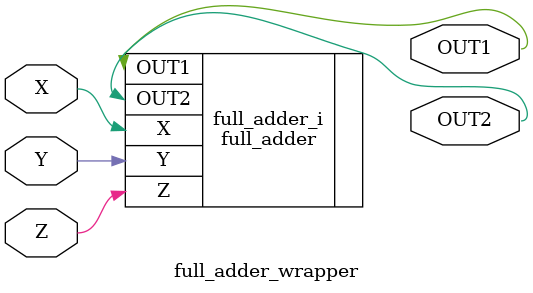
<source format=v>
`timescale 1 ps / 1 ps

module full_adder_wrapper
   (OUT1,
    OUT2,
    X,
    Y,
    Z);
  output OUT1;
  output OUT2;
  input X;
  input Y;
  input Z;

  wire OUT1;
  wire OUT2;
  wire X;
  wire Y;
  wire Z;

  full_adder full_adder_i
       (.OUT1(OUT1),
        .OUT2(OUT2),
        .X(X),
        .Y(Y),
        .Z(Z));
endmodule

</source>
